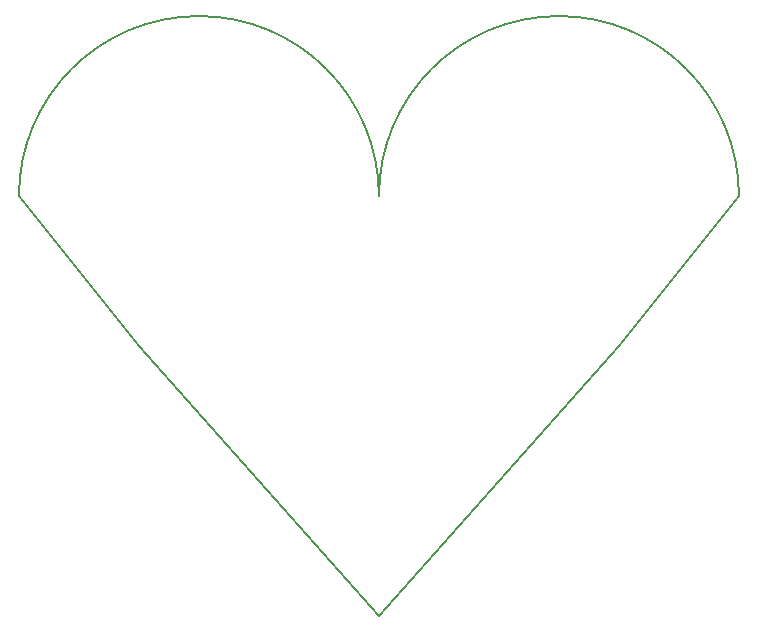
<source format=gbr>
G04 #@! TF.GenerationSoftware,KiCad,Pcbnew,(5.0.2)-1*
G04 #@! TF.CreationDate,2019-06-05T09:41:08+02:00*
G04 #@! TF.ProjectId,circuit,63697263-7569-4742-9e6b-696361645f70,rev?*
G04 #@! TF.SameCoordinates,Original*
G04 #@! TF.FileFunction,Profile,NP*
%FSLAX46Y46*%
G04 Gerber Fmt 4.6, Leading zero omitted, Abs format (unit mm)*
G04 Created by KiCad (PCBNEW (5.0.2)-1) date 05/06/2019 09:41:08*
%MOMM*%
%LPD*%
G01*
G04 APERTURE LIST*
%ADD10C,0.150000*%
%ADD11C,0.200000*%
G04 APERTURE END LIST*
D10*
X139700000Y-83820000D02*
X129540000Y-71120000D01*
D11*
X180340000Y-83820000D02*
X190500000Y-71120000D01*
D10*
X139700000Y-83820000D02*
X160020000Y-106680000D01*
X160020000Y-106680000D02*
X180340000Y-83820000D01*
X160020000Y-71120000D02*
G75*
G02X190500000Y-71120000I15240000J0D01*
G01*
X129540000Y-71120000D02*
G75*
G02X160020000Y-71120000I15240000J0D01*
G01*
M02*

</source>
